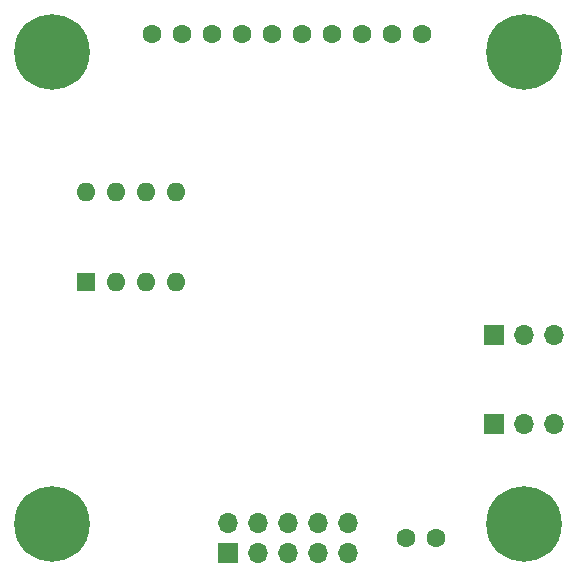
<source format=gbr>
%TF.GenerationSoftware,KiCad,Pcbnew,7.0.7*%
%TF.CreationDate,2024-02-22T12:37:55+00:00*%
%TF.ProjectId,massFlowControllerInterface_rev0,6d617373-466c-46f7-9743-6f6e74726f6c,rev?*%
%TF.SameCoordinates,Original*%
%TF.FileFunction,Soldermask,Bot*%
%TF.FilePolarity,Negative*%
%FSLAX46Y46*%
G04 Gerber Fmt 4.6, Leading zero omitted, Abs format (unit mm)*
G04 Created by KiCad (PCBNEW 7.0.7) date 2024-02-22 12:37:55*
%MOMM*%
%LPD*%
G01*
G04 APERTURE LIST*
%ADD10C,1.600000*%
%ADD11R,1.600000X1.600000*%
%ADD12O,1.600000X1.600000*%
%ADD13R,1.700000X1.700000*%
%ADD14O,1.700000X1.700000*%
%ADD15C,0.800000*%
%ADD16C,6.400000*%
G04 APERTURE END LIST*
D10*
%TO.C,J2*%
X13510000Y-3500000D03*
X16050000Y-3500000D03*
X18590000Y-3500000D03*
X21130000Y-3500000D03*
X23670000Y-3500000D03*
X26210000Y-3500000D03*
X28750000Y-3500000D03*
X31290000Y-3500000D03*
X33830000Y-3500000D03*
X36370000Y-3500000D03*
%TD*%
%TO.C,J4*%
X35000000Y-46190000D03*
X37540000Y-46190000D03*
%TD*%
D11*
%TO.C,U1*%
X7880000Y-24500000D03*
D12*
X10420000Y-24500000D03*
X12960000Y-24500000D03*
X15500000Y-24500000D03*
X15500000Y-16880000D03*
X12960000Y-16880000D03*
X10420000Y-16880000D03*
X7880000Y-16880000D03*
%TD*%
D13*
%TO.C,J1*%
X19920000Y-47460000D03*
D14*
X19920000Y-44920000D03*
X22460000Y-47460000D03*
X22460000Y-44920000D03*
X25000000Y-47460000D03*
X25000000Y-44920000D03*
X27540000Y-47460000D03*
X27540000Y-44920000D03*
X30080000Y-47460000D03*
X30080000Y-44920000D03*
%TD*%
D15*
%TO.C,H4*%
X2600000Y-45000000D03*
X3302944Y-43302944D03*
X3302944Y-46697056D03*
X5000000Y-42600000D03*
D16*
X5000000Y-45000000D03*
D15*
X5000000Y-47400000D03*
X6697056Y-43302944D03*
X6697056Y-46697056D03*
X7400000Y-45000000D03*
%TD*%
D13*
%TO.C,J3*%
X42460000Y-29000000D03*
D14*
X45000000Y-29000000D03*
X47540000Y-29000000D03*
%TD*%
D15*
%TO.C,H1*%
X2600000Y-5000000D03*
X3302944Y-3302944D03*
X3302944Y-6697056D03*
X5000000Y-2600000D03*
D16*
X5000000Y-5000000D03*
D15*
X5000000Y-7400000D03*
X6697056Y-3302944D03*
X6697056Y-6697056D03*
X7400000Y-5000000D03*
%TD*%
%TO.C,H2*%
X42600000Y-5000000D03*
X43302944Y-3302944D03*
X43302944Y-6697056D03*
X45000000Y-2600000D03*
D16*
X45000000Y-5000000D03*
D15*
X45000000Y-7400000D03*
X46697056Y-3302944D03*
X46697056Y-6697056D03*
X47400000Y-5000000D03*
%TD*%
D13*
%TO.C,J5*%
X42420000Y-36500000D03*
D14*
X44960000Y-36500000D03*
X47500000Y-36500000D03*
%TD*%
D15*
%TO.C,H3*%
X42600000Y-45000000D03*
X43302944Y-43302944D03*
X43302944Y-46697056D03*
X45000000Y-42600000D03*
D16*
X45000000Y-45000000D03*
D15*
X45000000Y-47400000D03*
X46697056Y-43302944D03*
X46697056Y-46697056D03*
X47400000Y-45000000D03*
%TD*%
M02*

</source>
